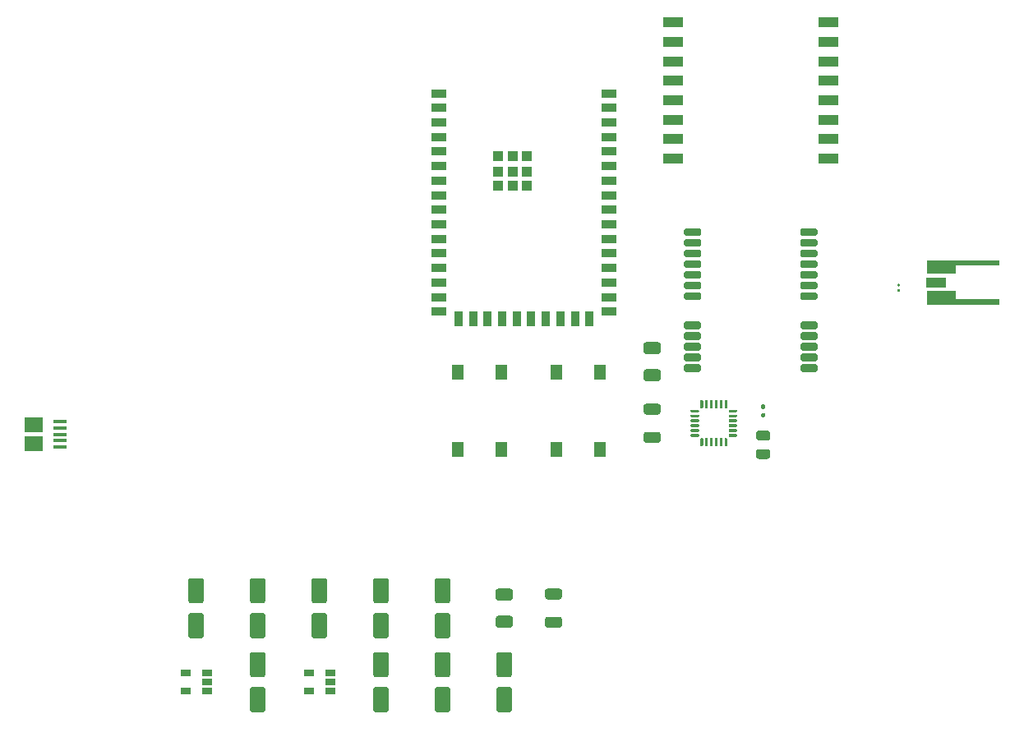
<source format=gbr>
%TF.GenerationSoftware,KiCad,Pcbnew,(5.1.9)-1*%
%TF.CreationDate,2022-07-25T22:00:42-05:00*%
%TF.ProjectId,GPSPuck,47505350-7563-46b2-9e6b-696361645f70,1*%
%TF.SameCoordinates,Original*%
%TF.FileFunction,Paste,Top*%
%TF.FilePolarity,Positive*%
%FSLAX46Y46*%
G04 Gerber Fmt 4.6, Leading zero omitted, Abs format (unit mm)*
G04 Created by KiCad (PCBNEW (5.1.9)-1) date 2022-07-25 22:00:42*
%MOMM*%
%LPD*%
G01*
G04 APERTURE LIST*
%ADD10R,2.000000X1.000000*%
%ADD11R,1.060000X0.650000*%
%ADD12R,1.100000X1.100000*%
%ADD13R,1.500000X0.900000*%
%ADD14R,0.900000X1.500000*%
%ADD15R,1.300000X1.550000*%
%ADD16R,1.900000X1.500000*%
%ADD17R,1.350000X0.400000*%
%ADD18R,2.000000X1.100000*%
%ADD19C,0.100000*%
G04 APERTURE END LIST*
%TO.C,U6*%
G36*
G01*
X143605000Y-107695000D02*
X143455000Y-107695000D01*
G75*
G02*
X143380000Y-107620000I0J75000D01*
G01*
X143380000Y-106920000D01*
G75*
G02*
X143455000Y-106845000I75000J0D01*
G01*
X143605000Y-106845000D01*
G75*
G02*
X143680000Y-106920000I0J-75000D01*
G01*
X143680000Y-107620000D01*
G75*
G02*
X143605000Y-107695000I-75000J0D01*
G01*
G37*
G36*
G01*
X144105000Y-107695000D02*
X143955000Y-107695000D01*
G75*
G02*
X143880000Y-107620000I0J75000D01*
G01*
X143880000Y-106920000D01*
G75*
G02*
X143955000Y-106845000I75000J0D01*
G01*
X144105000Y-106845000D01*
G75*
G02*
X144180000Y-106920000I0J-75000D01*
G01*
X144180000Y-107620000D01*
G75*
G02*
X144105000Y-107695000I-75000J0D01*
G01*
G37*
G36*
G01*
X144605000Y-107695000D02*
X144455000Y-107695000D01*
G75*
G02*
X144380000Y-107620000I0J75000D01*
G01*
X144380000Y-106920000D01*
G75*
G02*
X144455000Y-106845000I75000J0D01*
G01*
X144605000Y-106845000D01*
G75*
G02*
X144680000Y-106920000I0J-75000D01*
G01*
X144680000Y-107620000D01*
G75*
G02*
X144605000Y-107695000I-75000J0D01*
G01*
G37*
G36*
G01*
X145105000Y-107695000D02*
X144955000Y-107695000D01*
G75*
G02*
X144880000Y-107620000I0J75000D01*
G01*
X144880000Y-106920000D01*
G75*
G02*
X144955000Y-106845000I75000J0D01*
G01*
X145105000Y-106845000D01*
G75*
G02*
X145180000Y-106920000I0J-75000D01*
G01*
X145180000Y-107620000D01*
G75*
G02*
X145105000Y-107695000I-75000J0D01*
G01*
G37*
G36*
G01*
X145605000Y-107695000D02*
X145455000Y-107695000D01*
G75*
G02*
X145380000Y-107620000I0J75000D01*
G01*
X145380000Y-106920000D01*
G75*
G02*
X145455000Y-106845000I75000J0D01*
G01*
X145605000Y-106845000D01*
G75*
G02*
X145680000Y-106920000I0J-75000D01*
G01*
X145680000Y-107620000D01*
G75*
G02*
X145605000Y-107695000I-75000J0D01*
G01*
G37*
G36*
G01*
X146105000Y-107695000D02*
X145955000Y-107695000D01*
G75*
G02*
X145880000Y-107620000I0J75000D01*
G01*
X145880000Y-106920000D01*
G75*
G02*
X145955000Y-106845000I75000J0D01*
G01*
X146105000Y-106845000D01*
G75*
G02*
X146180000Y-106920000I0J-75000D01*
G01*
X146180000Y-107620000D01*
G75*
G02*
X146105000Y-107695000I-75000J0D01*
G01*
G37*
G36*
G01*
X146305000Y-108045000D02*
X146305000Y-107895000D01*
G75*
G02*
X146380000Y-107820000I75000J0D01*
G01*
X147080000Y-107820000D01*
G75*
G02*
X147155000Y-107895000I0J-75000D01*
G01*
X147155000Y-108045000D01*
G75*
G02*
X147080000Y-108120000I-75000J0D01*
G01*
X146380000Y-108120000D01*
G75*
G02*
X146305000Y-108045000I0J75000D01*
G01*
G37*
G36*
G01*
X146305000Y-108545000D02*
X146305000Y-108395000D01*
G75*
G02*
X146380000Y-108320000I75000J0D01*
G01*
X147080000Y-108320000D01*
G75*
G02*
X147155000Y-108395000I0J-75000D01*
G01*
X147155000Y-108545000D01*
G75*
G02*
X147080000Y-108620000I-75000J0D01*
G01*
X146380000Y-108620000D01*
G75*
G02*
X146305000Y-108545000I0J75000D01*
G01*
G37*
G36*
G01*
X146305000Y-109045000D02*
X146305000Y-108895000D01*
G75*
G02*
X146380000Y-108820000I75000J0D01*
G01*
X147080000Y-108820000D01*
G75*
G02*
X147155000Y-108895000I0J-75000D01*
G01*
X147155000Y-109045000D01*
G75*
G02*
X147080000Y-109120000I-75000J0D01*
G01*
X146380000Y-109120000D01*
G75*
G02*
X146305000Y-109045000I0J75000D01*
G01*
G37*
G36*
G01*
X146305000Y-109545000D02*
X146305000Y-109395000D01*
G75*
G02*
X146380000Y-109320000I75000J0D01*
G01*
X147080000Y-109320000D01*
G75*
G02*
X147155000Y-109395000I0J-75000D01*
G01*
X147155000Y-109545000D01*
G75*
G02*
X147080000Y-109620000I-75000J0D01*
G01*
X146380000Y-109620000D01*
G75*
G02*
X146305000Y-109545000I0J75000D01*
G01*
G37*
G36*
G01*
X146305000Y-110045000D02*
X146305000Y-109895000D01*
G75*
G02*
X146380000Y-109820000I75000J0D01*
G01*
X147080000Y-109820000D01*
G75*
G02*
X147155000Y-109895000I0J-75000D01*
G01*
X147155000Y-110045000D01*
G75*
G02*
X147080000Y-110120000I-75000J0D01*
G01*
X146380000Y-110120000D01*
G75*
G02*
X146305000Y-110045000I0J75000D01*
G01*
G37*
G36*
G01*
X146305000Y-110545000D02*
X146305000Y-110395000D01*
G75*
G02*
X146380000Y-110320000I75000J0D01*
G01*
X147080000Y-110320000D01*
G75*
G02*
X147155000Y-110395000I0J-75000D01*
G01*
X147155000Y-110545000D01*
G75*
G02*
X147080000Y-110620000I-75000J0D01*
G01*
X146380000Y-110620000D01*
G75*
G02*
X146305000Y-110545000I0J75000D01*
G01*
G37*
G36*
G01*
X146105000Y-111595000D02*
X145955000Y-111595000D01*
G75*
G02*
X145880000Y-111520000I0J75000D01*
G01*
X145880000Y-110820000D01*
G75*
G02*
X145955000Y-110745000I75000J0D01*
G01*
X146105000Y-110745000D01*
G75*
G02*
X146180000Y-110820000I0J-75000D01*
G01*
X146180000Y-111520000D01*
G75*
G02*
X146105000Y-111595000I-75000J0D01*
G01*
G37*
G36*
G01*
X145605000Y-111595000D02*
X145455000Y-111595000D01*
G75*
G02*
X145380000Y-111520000I0J75000D01*
G01*
X145380000Y-110820000D01*
G75*
G02*
X145455000Y-110745000I75000J0D01*
G01*
X145605000Y-110745000D01*
G75*
G02*
X145680000Y-110820000I0J-75000D01*
G01*
X145680000Y-111520000D01*
G75*
G02*
X145605000Y-111595000I-75000J0D01*
G01*
G37*
G36*
G01*
X145105000Y-111595000D02*
X144955000Y-111595000D01*
G75*
G02*
X144880000Y-111520000I0J75000D01*
G01*
X144880000Y-110820000D01*
G75*
G02*
X144955000Y-110745000I75000J0D01*
G01*
X145105000Y-110745000D01*
G75*
G02*
X145180000Y-110820000I0J-75000D01*
G01*
X145180000Y-111520000D01*
G75*
G02*
X145105000Y-111595000I-75000J0D01*
G01*
G37*
G36*
G01*
X144605000Y-111595000D02*
X144455000Y-111595000D01*
G75*
G02*
X144380000Y-111520000I0J75000D01*
G01*
X144380000Y-110820000D01*
G75*
G02*
X144455000Y-110745000I75000J0D01*
G01*
X144605000Y-110745000D01*
G75*
G02*
X144680000Y-110820000I0J-75000D01*
G01*
X144680000Y-111520000D01*
G75*
G02*
X144605000Y-111595000I-75000J0D01*
G01*
G37*
G36*
G01*
X144105000Y-111595000D02*
X143955000Y-111595000D01*
G75*
G02*
X143880000Y-111520000I0J75000D01*
G01*
X143880000Y-110820000D01*
G75*
G02*
X143955000Y-110745000I75000J0D01*
G01*
X144105000Y-110745000D01*
G75*
G02*
X144180000Y-110820000I0J-75000D01*
G01*
X144180000Y-111520000D01*
G75*
G02*
X144105000Y-111595000I-75000J0D01*
G01*
G37*
G36*
G01*
X143605000Y-111595000D02*
X143455000Y-111595000D01*
G75*
G02*
X143380000Y-111520000I0J75000D01*
G01*
X143380000Y-110820000D01*
G75*
G02*
X143455000Y-110745000I75000J0D01*
G01*
X143605000Y-110745000D01*
G75*
G02*
X143680000Y-110820000I0J-75000D01*
G01*
X143680000Y-111520000D01*
G75*
G02*
X143605000Y-111595000I-75000J0D01*
G01*
G37*
G36*
G01*
X142405000Y-110545000D02*
X142405000Y-110395000D01*
G75*
G02*
X142480000Y-110320000I75000J0D01*
G01*
X143180000Y-110320000D01*
G75*
G02*
X143255000Y-110395000I0J-75000D01*
G01*
X143255000Y-110545000D01*
G75*
G02*
X143180000Y-110620000I-75000J0D01*
G01*
X142480000Y-110620000D01*
G75*
G02*
X142405000Y-110545000I0J75000D01*
G01*
G37*
G36*
G01*
X142405000Y-110045000D02*
X142405000Y-109895000D01*
G75*
G02*
X142480000Y-109820000I75000J0D01*
G01*
X143180000Y-109820000D01*
G75*
G02*
X143255000Y-109895000I0J-75000D01*
G01*
X143255000Y-110045000D01*
G75*
G02*
X143180000Y-110120000I-75000J0D01*
G01*
X142480000Y-110120000D01*
G75*
G02*
X142405000Y-110045000I0J75000D01*
G01*
G37*
G36*
G01*
X142405000Y-109545000D02*
X142405000Y-109395000D01*
G75*
G02*
X142480000Y-109320000I75000J0D01*
G01*
X143180000Y-109320000D01*
G75*
G02*
X143255000Y-109395000I0J-75000D01*
G01*
X143255000Y-109545000D01*
G75*
G02*
X143180000Y-109620000I-75000J0D01*
G01*
X142480000Y-109620000D01*
G75*
G02*
X142405000Y-109545000I0J75000D01*
G01*
G37*
G36*
G01*
X142405000Y-109045000D02*
X142405000Y-108895000D01*
G75*
G02*
X142480000Y-108820000I75000J0D01*
G01*
X143180000Y-108820000D01*
G75*
G02*
X143255000Y-108895000I0J-75000D01*
G01*
X143255000Y-109045000D01*
G75*
G02*
X143180000Y-109120000I-75000J0D01*
G01*
X142480000Y-109120000D01*
G75*
G02*
X142405000Y-109045000I0J75000D01*
G01*
G37*
G36*
G01*
X142405000Y-108545000D02*
X142405000Y-108395000D01*
G75*
G02*
X142480000Y-108320000I75000J0D01*
G01*
X143180000Y-108320000D01*
G75*
G02*
X143255000Y-108395000I0J-75000D01*
G01*
X143255000Y-108545000D01*
G75*
G02*
X143180000Y-108620000I-75000J0D01*
G01*
X142480000Y-108620000D01*
G75*
G02*
X142405000Y-108545000I0J75000D01*
G01*
G37*
G36*
G01*
X142405000Y-108045000D02*
X142405000Y-107895000D01*
G75*
G02*
X142480000Y-107820000I75000J0D01*
G01*
X143180000Y-107820000D01*
G75*
G02*
X143255000Y-107895000I0J-75000D01*
G01*
X143255000Y-108045000D01*
G75*
G02*
X143180000Y-108120000I-75000J0D01*
G01*
X142480000Y-108120000D01*
G75*
G02*
X142405000Y-108045000I0J75000D01*
G01*
G37*
%TD*%
%TO.C,U5*%
G36*
G01*
X153690000Y-89720000D02*
X153690000Y-89320000D01*
G75*
G02*
X153890000Y-89120000I200000J0D01*
G01*
X155290000Y-89120000D01*
G75*
G02*
X155490000Y-89320000I0J-200000D01*
G01*
X155490000Y-89720000D01*
G75*
G02*
X155290000Y-89920000I-200000J0D01*
G01*
X153890000Y-89920000D01*
G75*
G02*
X153690000Y-89720000I0J200000D01*
G01*
G37*
G36*
G01*
X153690000Y-90820000D02*
X153690000Y-90420000D01*
G75*
G02*
X153890000Y-90220000I200000J0D01*
G01*
X155290000Y-90220000D01*
G75*
G02*
X155490000Y-90420000I0J-200000D01*
G01*
X155490000Y-90820000D01*
G75*
G02*
X155290000Y-91020000I-200000J0D01*
G01*
X153890000Y-91020000D01*
G75*
G02*
X153690000Y-90820000I0J200000D01*
G01*
G37*
G36*
G01*
X153690000Y-91920000D02*
X153690000Y-91520000D01*
G75*
G02*
X153890000Y-91320000I200000J0D01*
G01*
X155290000Y-91320000D01*
G75*
G02*
X155490000Y-91520000I0J-200000D01*
G01*
X155490000Y-91920000D01*
G75*
G02*
X155290000Y-92120000I-200000J0D01*
G01*
X153890000Y-92120000D01*
G75*
G02*
X153690000Y-91920000I0J200000D01*
G01*
G37*
G36*
G01*
X153690000Y-93020000D02*
X153690000Y-92620000D01*
G75*
G02*
X153890000Y-92420000I200000J0D01*
G01*
X155290000Y-92420000D01*
G75*
G02*
X155490000Y-92620000I0J-200000D01*
G01*
X155490000Y-93020000D01*
G75*
G02*
X155290000Y-93220000I-200000J0D01*
G01*
X153890000Y-93220000D01*
G75*
G02*
X153690000Y-93020000I0J200000D01*
G01*
G37*
G36*
G01*
X153690000Y-94120000D02*
X153690000Y-93720000D01*
G75*
G02*
X153890000Y-93520000I200000J0D01*
G01*
X155290000Y-93520000D01*
G75*
G02*
X155490000Y-93720000I0J-200000D01*
G01*
X155490000Y-94120000D01*
G75*
G02*
X155290000Y-94320000I-200000J0D01*
G01*
X153890000Y-94320000D01*
G75*
G02*
X153690000Y-94120000I0J200000D01*
G01*
G37*
G36*
G01*
X153690000Y-95220000D02*
X153690000Y-94820000D01*
G75*
G02*
X153890000Y-94620000I200000J0D01*
G01*
X155290000Y-94620000D01*
G75*
G02*
X155490000Y-94820000I0J-200000D01*
G01*
X155490000Y-95220000D01*
G75*
G02*
X155290000Y-95420000I-200000J0D01*
G01*
X153890000Y-95420000D01*
G75*
G02*
X153690000Y-95220000I0J200000D01*
G01*
G37*
G36*
G01*
X153690000Y-96320000D02*
X153690000Y-95920000D01*
G75*
G02*
X153890000Y-95720000I200000J0D01*
G01*
X155290000Y-95720000D01*
G75*
G02*
X155490000Y-95920000I0J-200000D01*
G01*
X155490000Y-96320000D01*
G75*
G02*
X155290000Y-96520000I-200000J0D01*
G01*
X153890000Y-96520000D01*
G75*
G02*
X153690000Y-96320000I0J200000D01*
G01*
G37*
G36*
G01*
X153690000Y-99320000D02*
X153690000Y-98920000D01*
G75*
G02*
X153890000Y-98720000I200000J0D01*
G01*
X155290000Y-98720000D01*
G75*
G02*
X155490000Y-98920000I0J-200000D01*
G01*
X155490000Y-99320000D01*
G75*
G02*
X155290000Y-99520000I-200000J0D01*
G01*
X153890000Y-99520000D01*
G75*
G02*
X153690000Y-99320000I0J200000D01*
G01*
G37*
G36*
G01*
X153690000Y-100420000D02*
X153690000Y-100020000D01*
G75*
G02*
X153890000Y-99820000I200000J0D01*
G01*
X155290000Y-99820000D01*
G75*
G02*
X155490000Y-100020000I0J-200000D01*
G01*
X155490000Y-100420000D01*
G75*
G02*
X155290000Y-100620000I-200000J0D01*
G01*
X153890000Y-100620000D01*
G75*
G02*
X153690000Y-100420000I0J200000D01*
G01*
G37*
G36*
G01*
X153690000Y-101520000D02*
X153690000Y-101120000D01*
G75*
G02*
X153890000Y-100920000I200000J0D01*
G01*
X155290000Y-100920000D01*
G75*
G02*
X155490000Y-101120000I0J-200000D01*
G01*
X155490000Y-101520000D01*
G75*
G02*
X155290000Y-101720000I-200000J0D01*
G01*
X153890000Y-101720000D01*
G75*
G02*
X153690000Y-101520000I0J200000D01*
G01*
G37*
G36*
G01*
X153690000Y-102620000D02*
X153690000Y-102220000D01*
G75*
G02*
X153890000Y-102020000I200000J0D01*
G01*
X155290000Y-102020000D01*
G75*
G02*
X155490000Y-102220000I0J-200000D01*
G01*
X155490000Y-102620000D01*
G75*
G02*
X155290000Y-102820000I-200000J0D01*
G01*
X153890000Y-102820000D01*
G75*
G02*
X153690000Y-102620000I0J200000D01*
G01*
G37*
G36*
G01*
X153690000Y-103720000D02*
X153690000Y-103320000D01*
G75*
G02*
X153890000Y-103120000I200000J0D01*
G01*
X155290000Y-103120000D01*
G75*
G02*
X155490000Y-103320000I0J-200000D01*
G01*
X155490000Y-103720000D01*
G75*
G02*
X155290000Y-103920000I-200000J0D01*
G01*
X153890000Y-103920000D01*
G75*
G02*
X153690000Y-103720000I0J200000D01*
G01*
G37*
G36*
G01*
X141690000Y-103720000D02*
X141690000Y-103320000D01*
G75*
G02*
X141890000Y-103120000I200000J0D01*
G01*
X143290000Y-103120000D01*
G75*
G02*
X143490000Y-103320000I0J-200000D01*
G01*
X143490000Y-103720000D01*
G75*
G02*
X143290000Y-103920000I-200000J0D01*
G01*
X141890000Y-103920000D01*
G75*
G02*
X141690000Y-103720000I0J200000D01*
G01*
G37*
G36*
G01*
X141690000Y-102620000D02*
X141690000Y-102220000D01*
G75*
G02*
X141890000Y-102020000I200000J0D01*
G01*
X143290000Y-102020000D01*
G75*
G02*
X143490000Y-102220000I0J-200000D01*
G01*
X143490000Y-102620000D01*
G75*
G02*
X143290000Y-102820000I-200000J0D01*
G01*
X141890000Y-102820000D01*
G75*
G02*
X141690000Y-102620000I0J200000D01*
G01*
G37*
G36*
G01*
X141690000Y-101520000D02*
X141690000Y-101120000D01*
G75*
G02*
X141890000Y-100920000I200000J0D01*
G01*
X143290000Y-100920000D01*
G75*
G02*
X143490000Y-101120000I0J-200000D01*
G01*
X143490000Y-101520000D01*
G75*
G02*
X143290000Y-101720000I-200000J0D01*
G01*
X141890000Y-101720000D01*
G75*
G02*
X141690000Y-101520000I0J200000D01*
G01*
G37*
G36*
G01*
X141690000Y-100420000D02*
X141690000Y-100020000D01*
G75*
G02*
X141890000Y-99820000I200000J0D01*
G01*
X143290000Y-99820000D01*
G75*
G02*
X143490000Y-100020000I0J-200000D01*
G01*
X143490000Y-100420000D01*
G75*
G02*
X143290000Y-100620000I-200000J0D01*
G01*
X141890000Y-100620000D01*
G75*
G02*
X141690000Y-100420000I0J200000D01*
G01*
G37*
G36*
G01*
X141690000Y-99320000D02*
X141690000Y-98920000D01*
G75*
G02*
X141890000Y-98720000I200000J0D01*
G01*
X143290000Y-98720000D01*
G75*
G02*
X143490000Y-98920000I0J-200000D01*
G01*
X143490000Y-99320000D01*
G75*
G02*
X143290000Y-99520000I-200000J0D01*
G01*
X141890000Y-99520000D01*
G75*
G02*
X141690000Y-99320000I0J200000D01*
G01*
G37*
G36*
G01*
X141690000Y-96320000D02*
X141690000Y-95920000D01*
G75*
G02*
X141890000Y-95720000I200000J0D01*
G01*
X143290000Y-95720000D01*
G75*
G02*
X143490000Y-95920000I0J-200000D01*
G01*
X143490000Y-96320000D01*
G75*
G02*
X143290000Y-96520000I-200000J0D01*
G01*
X141890000Y-96520000D01*
G75*
G02*
X141690000Y-96320000I0J200000D01*
G01*
G37*
G36*
G01*
X141690000Y-95220000D02*
X141690000Y-94820000D01*
G75*
G02*
X141890000Y-94620000I200000J0D01*
G01*
X143290000Y-94620000D01*
G75*
G02*
X143490000Y-94820000I0J-200000D01*
G01*
X143490000Y-95220000D01*
G75*
G02*
X143290000Y-95420000I-200000J0D01*
G01*
X141890000Y-95420000D01*
G75*
G02*
X141690000Y-95220000I0J200000D01*
G01*
G37*
G36*
G01*
X141690000Y-94120000D02*
X141690000Y-93720000D01*
G75*
G02*
X141890000Y-93520000I200000J0D01*
G01*
X143290000Y-93520000D01*
G75*
G02*
X143490000Y-93720000I0J-200000D01*
G01*
X143490000Y-94120000D01*
G75*
G02*
X143290000Y-94320000I-200000J0D01*
G01*
X141890000Y-94320000D01*
G75*
G02*
X141690000Y-94120000I0J200000D01*
G01*
G37*
G36*
G01*
X141690000Y-93020000D02*
X141690000Y-92620000D01*
G75*
G02*
X141890000Y-92420000I200000J0D01*
G01*
X143290000Y-92420000D01*
G75*
G02*
X143490000Y-92620000I0J-200000D01*
G01*
X143490000Y-93020000D01*
G75*
G02*
X143290000Y-93220000I-200000J0D01*
G01*
X141890000Y-93220000D01*
G75*
G02*
X141690000Y-93020000I0J200000D01*
G01*
G37*
G36*
G01*
X141690000Y-91920000D02*
X141690000Y-91520000D01*
G75*
G02*
X141890000Y-91320000I200000J0D01*
G01*
X143290000Y-91320000D01*
G75*
G02*
X143490000Y-91520000I0J-200000D01*
G01*
X143490000Y-91920000D01*
G75*
G02*
X143290000Y-92120000I-200000J0D01*
G01*
X141890000Y-92120000D01*
G75*
G02*
X141690000Y-91920000I0J200000D01*
G01*
G37*
G36*
G01*
X141690000Y-90820000D02*
X141690000Y-90420000D01*
G75*
G02*
X141890000Y-90220000I200000J0D01*
G01*
X143290000Y-90220000D01*
G75*
G02*
X143490000Y-90420000I0J-200000D01*
G01*
X143490000Y-90820000D01*
G75*
G02*
X143290000Y-91020000I-200000J0D01*
G01*
X141890000Y-91020000D01*
G75*
G02*
X141690000Y-90820000I0J200000D01*
G01*
G37*
G36*
G01*
X141690000Y-89720000D02*
X141690000Y-89320000D01*
G75*
G02*
X141890000Y-89120000I200000J0D01*
G01*
X143290000Y-89120000D01*
G75*
G02*
X143490000Y-89320000I0J-200000D01*
G01*
X143490000Y-89720000D01*
G75*
G02*
X143290000Y-89920000I-200000J0D01*
G01*
X141890000Y-89920000D01*
G75*
G02*
X141690000Y-89720000I0J200000D01*
G01*
G37*
%TD*%
D10*
%TO.C,U4*%
X156590000Y-67930000D03*
X156590000Y-69930000D03*
X156590000Y-71930000D03*
X156590000Y-73930000D03*
X156590000Y-75930000D03*
X156590000Y-77930000D03*
X156590000Y-79930000D03*
X156590000Y-81930000D03*
X140590000Y-81930000D03*
X140590000Y-79930000D03*
X140590000Y-77930000D03*
X140590000Y-75930000D03*
X140590000Y-73930000D03*
X140590000Y-71930000D03*
X140590000Y-69930000D03*
X140590000Y-67930000D03*
%TD*%
D11*
%TO.C,5V Reg.*%
X90340000Y-136840000D03*
X90340000Y-134940000D03*
X92540000Y-134940000D03*
X92540000Y-135890000D03*
X92540000Y-136840000D03*
%TD*%
%TO.C,3.3V Reg.*%
X103040000Y-136840000D03*
X103040000Y-134940000D03*
X105240000Y-134940000D03*
X105240000Y-135890000D03*
X105240000Y-136840000D03*
%TD*%
D12*
%TO.C,U1*%
X122535000Y-81715000D03*
X122535000Y-83265000D03*
X122535000Y-84765000D03*
X124035000Y-84765000D03*
X125535000Y-84765000D03*
X125535000Y-83265000D03*
X125535000Y-81715000D03*
X124035000Y-81715000D03*
X124035000Y-83265000D03*
D13*
X133975000Y-75215000D03*
X133975000Y-76715000D03*
X133975000Y-78215000D03*
X133975000Y-79715000D03*
X133975000Y-81215000D03*
X133975000Y-82715000D03*
X133975000Y-84215000D03*
X133975000Y-85715000D03*
X133975000Y-87215000D03*
X133975000Y-88715000D03*
X133975000Y-90215000D03*
X133975000Y-91715000D03*
X133975000Y-93215000D03*
X133975000Y-94715000D03*
X133975000Y-96215000D03*
X133975000Y-97715000D03*
D14*
X131975000Y-98465000D03*
X130475000Y-98465000D03*
X128975000Y-98465000D03*
X127475000Y-98465000D03*
X125975000Y-98465000D03*
X124475000Y-98465000D03*
X122975000Y-98465000D03*
X121475000Y-98465000D03*
X119975000Y-98465000D03*
X118475000Y-98465000D03*
D13*
X116475000Y-75215000D03*
X116475000Y-76715000D03*
X116475000Y-78215000D03*
X116475000Y-79715000D03*
X116475000Y-81215000D03*
X116475000Y-82715000D03*
X116475000Y-84215000D03*
X116475000Y-85715000D03*
X116475000Y-87215000D03*
X116475000Y-88715000D03*
X116475000Y-90215000D03*
X116475000Y-91715000D03*
X116475000Y-93215000D03*
X116475000Y-94715000D03*
X116475000Y-96215000D03*
X116475000Y-97715000D03*
%TD*%
D15*
%TO.C,SW2*%
X133060000Y-103975000D03*
X133060000Y-111925000D03*
X128560000Y-103975000D03*
X128560000Y-111925000D03*
%TD*%
%TO.C,SW1*%
X122900000Y-103975000D03*
X122900000Y-111925000D03*
X118400000Y-103975000D03*
X118400000Y-111925000D03*
%TD*%
%TO.C,R4*%
G36*
G01*
X137804999Y-110120000D02*
X139055001Y-110120000D01*
G75*
G02*
X139305000Y-110369999I0J-249999D01*
G01*
X139305000Y-110995001D01*
G75*
G02*
X139055001Y-111245000I-249999J0D01*
G01*
X137804999Y-111245000D01*
G75*
G02*
X137555000Y-110995001I0J249999D01*
G01*
X137555000Y-110369999D01*
G75*
G02*
X137804999Y-110120000I249999J0D01*
G01*
G37*
G36*
G01*
X137804999Y-107195000D02*
X139055001Y-107195000D01*
G75*
G02*
X139305000Y-107444999I0J-249999D01*
G01*
X139305000Y-108070001D01*
G75*
G02*
X139055001Y-108320000I-249999J0D01*
G01*
X137804999Y-108320000D01*
G75*
G02*
X137555000Y-108070001I0J249999D01*
G01*
X137555000Y-107444999D01*
G75*
G02*
X137804999Y-107195000I249999J0D01*
G01*
G37*
%TD*%
%TO.C,R3*%
G36*
G01*
X149385000Y-111890000D02*
X150335000Y-111890000D01*
G75*
G02*
X150585000Y-112140000I0J-250000D01*
G01*
X150585000Y-112640000D01*
G75*
G02*
X150335000Y-112890000I-250000J0D01*
G01*
X149385000Y-112890000D01*
G75*
G02*
X149135000Y-112640000I0J250000D01*
G01*
X149135000Y-112140000D01*
G75*
G02*
X149385000Y-111890000I250000J0D01*
G01*
G37*
G36*
G01*
X149385000Y-109990000D02*
X150335000Y-109990000D01*
G75*
G02*
X150585000Y-110240000I0J-250000D01*
G01*
X150585000Y-110740000D01*
G75*
G02*
X150335000Y-110990000I-250000J0D01*
G01*
X149385000Y-110990000D01*
G75*
G02*
X149135000Y-110740000I0J250000D01*
G01*
X149135000Y-110240000D01*
G75*
G02*
X149385000Y-109990000I250000J0D01*
G01*
G37*
%TD*%
%TO.C,R2*%
G36*
G01*
X163897500Y-95660000D02*
X163762500Y-95660000D01*
G75*
G02*
X163695000Y-95592500I0J67500D01*
G01*
X163695000Y-95457500D01*
G75*
G02*
X163762500Y-95390000I67500J0D01*
G01*
X163897500Y-95390000D01*
G75*
G02*
X163965000Y-95457500I0J-67500D01*
G01*
X163965000Y-95592500D01*
G75*
G02*
X163897500Y-95660000I-67500J0D01*
G01*
G37*
G36*
G01*
X163897500Y-95110000D02*
X163762500Y-95110000D01*
G75*
G02*
X163695000Y-95042500I0J67500D01*
G01*
X163695000Y-94907500D01*
G75*
G02*
X163762500Y-94840000I67500J0D01*
G01*
X163897500Y-94840000D01*
G75*
G02*
X163965000Y-94907500I0J-67500D01*
G01*
X163965000Y-95042500D01*
G75*
G02*
X163897500Y-95110000I-67500J0D01*
G01*
G37*
%TD*%
%TO.C,R1*%
G36*
G01*
X127644999Y-126245000D02*
X128895001Y-126245000D01*
G75*
G02*
X129145000Y-126494999I0J-249999D01*
G01*
X129145000Y-127120001D01*
G75*
G02*
X128895001Y-127370000I-249999J0D01*
G01*
X127644999Y-127370000D01*
G75*
G02*
X127395000Y-127120001I0J249999D01*
G01*
X127395000Y-126494999D01*
G75*
G02*
X127644999Y-126245000I249999J0D01*
G01*
G37*
G36*
G01*
X127644999Y-129170000D02*
X128895001Y-129170000D01*
G75*
G02*
X129145000Y-129419999I0J-249999D01*
G01*
X129145000Y-130045001D01*
G75*
G02*
X128895001Y-130295000I-249999J0D01*
G01*
X127644999Y-130295000D01*
G75*
G02*
X127395000Y-130045001I0J249999D01*
G01*
X127395000Y-129419999D01*
G75*
G02*
X127644999Y-129170000I249999J0D01*
G01*
G37*
%TD*%
D16*
%TO.C,J2*%
X74708500Y-109363000D03*
D17*
X77408500Y-110363000D03*
X77408500Y-111013000D03*
X77408500Y-111663000D03*
X77408500Y-109063000D03*
X77408500Y-109713000D03*
D16*
X74708500Y-111363000D03*
%TD*%
%TO.C,D2*%
G36*
G01*
X137805000Y-103645000D02*
X139055000Y-103645000D01*
G75*
G02*
X139305000Y-103895000I0J-250000D01*
G01*
X139305000Y-104645000D01*
G75*
G02*
X139055000Y-104895000I-250000J0D01*
G01*
X137805000Y-104895000D01*
G75*
G02*
X137555000Y-104645000I0J250000D01*
G01*
X137555000Y-103895000D01*
G75*
G02*
X137805000Y-103645000I250000J0D01*
G01*
G37*
G36*
G01*
X137805000Y-100845000D02*
X139055000Y-100845000D01*
G75*
G02*
X139305000Y-101095000I0J-250000D01*
G01*
X139305000Y-101845000D01*
G75*
G02*
X139055000Y-102095000I-250000J0D01*
G01*
X137805000Y-102095000D01*
G75*
G02*
X137555000Y-101845000I0J250000D01*
G01*
X137555000Y-101095000D01*
G75*
G02*
X137805000Y-100845000I250000J0D01*
G01*
G37*
%TD*%
%TO.C,D1*%
G36*
G01*
X122565000Y-126245000D02*
X123815000Y-126245000D01*
G75*
G02*
X124065000Y-126495000I0J-250000D01*
G01*
X124065000Y-127245000D01*
G75*
G02*
X123815000Y-127495000I-250000J0D01*
G01*
X122565000Y-127495000D01*
G75*
G02*
X122315000Y-127245000I0J250000D01*
G01*
X122315000Y-126495000D01*
G75*
G02*
X122565000Y-126245000I250000J0D01*
G01*
G37*
G36*
G01*
X122565000Y-129045000D02*
X123815000Y-129045000D01*
G75*
G02*
X124065000Y-129295000I0J-250000D01*
G01*
X124065000Y-130045000D01*
G75*
G02*
X123815000Y-130295000I-250000J0D01*
G01*
X122565000Y-130295000D01*
G75*
G02*
X122315000Y-130045000I0J250000D01*
G01*
X122315000Y-129295000D01*
G75*
G02*
X122565000Y-129045000I250000J0D01*
G01*
G37*
%TD*%
%TO.C,C8*%
G36*
G01*
X116290000Y-125170000D02*
X117390000Y-125170000D01*
G75*
G02*
X117640000Y-125420000I0J-250000D01*
G01*
X117640000Y-127520000D01*
G75*
G02*
X117390000Y-127770000I-250000J0D01*
G01*
X116290000Y-127770000D01*
G75*
G02*
X116040000Y-127520000I0J250000D01*
G01*
X116040000Y-125420000D01*
G75*
G02*
X116290000Y-125170000I250000J0D01*
G01*
G37*
G36*
G01*
X116290000Y-128770000D02*
X117390000Y-128770000D01*
G75*
G02*
X117640000Y-129020000I0J-250000D01*
G01*
X117640000Y-131120000D01*
G75*
G02*
X117390000Y-131370000I-250000J0D01*
G01*
X116290000Y-131370000D01*
G75*
G02*
X116040000Y-131120000I0J250000D01*
G01*
X116040000Y-129020000D01*
G75*
G02*
X116290000Y-128770000I250000J0D01*
G01*
G37*
%TD*%
%TO.C,C7*%
G36*
G01*
X109940000Y-136390000D02*
X111040000Y-136390000D01*
G75*
G02*
X111290000Y-136640000I0J-250000D01*
G01*
X111290000Y-138740000D01*
G75*
G02*
X111040000Y-138990000I-250000J0D01*
G01*
X109940000Y-138990000D01*
G75*
G02*
X109690000Y-138740000I0J250000D01*
G01*
X109690000Y-136640000D01*
G75*
G02*
X109940000Y-136390000I250000J0D01*
G01*
G37*
G36*
G01*
X109940000Y-132790000D02*
X111040000Y-132790000D01*
G75*
G02*
X111290000Y-133040000I0J-250000D01*
G01*
X111290000Y-135140000D01*
G75*
G02*
X111040000Y-135390000I-250000J0D01*
G01*
X109940000Y-135390000D01*
G75*
G02*
X109690000Y-135140000I0J250000D01*
G01*
X109690000Y-133040000D01*
G75*
G02*
X109940000Y-132790000I250000J0D01*
G01*
G37*
%TD*%
%TO.C,C6*%
G36*
G01*
X109940000Y-128770000D02*
X111040000Y-128770000D01*
G75*
G02*
X111290000Y-129020000I0J-250000D01*
G01*
X111290000Y-131120000D01*
G75*
G02*
X111040000Y-131370000I-250000J0D01*
G01*
X109940000Y-131370000D01*
G75*
G02*
X109690000Y-131120000I0J250000D01*
G01*
X109690000Y-129020000D01*
G75*
G02*
X109940000Y-128770000I250000J0D01*
G01*
G37*
G36*
G01*
X109940000Y-125170000D02*
X111040000Y-125170000D01*
G75*
G02*
X111290000Y-125420000I0J-250000D01*
G01*
X111290000Y-127520000D01*
G75*
G02*
X111040000Y-127770000I-250000J0D01*
G01*
X109940000Y-127770000D01*
G75*
G02*
X109690000Y-127520000I0J250000D01*
G01*
X109690000Y-125420000D01*
G75*
G02*
X109940000Y-125170000I250000J0D01*
G01*
G37*
%TD*%
%TO.C,C5*%
G36*
G01*
X97240000Y-128770000D02*
X98340000Y-128770000D01*
G75*
G02*
X98590000Y-129020000I0J-250000D01*
G01*
X98590000Y-131120000D01*
G75*
G02*
X98340000Y-131370000I-250000J0D01*
G01*
X97240000Y-131370000D01*
G75*
G02*
X96990000Y-131120000I0J250000D01*
G01*
X96990000Y-129020000D01*
G75*
G02*
X97240000Y-128770000I250000J0D01*
G01*
G37*
G36*
G01*
X97240000Y-125170000D02*
X98340000Y-125170000D01*
G75*
G02*
X98590000Y-125420000I0J-250000D01*
G01*
X98590000Y-127520000D01*
G75*
G02*
X98340000Y-127770000I-250000J0D01*
G01*
X97240000Y-127770000D01*
G75*
G02*
X96990000Y-127520000I0J250000D01*
G01*
X96990000Y-125420000D01*
G75*
G02*
X97240000Y-125170000I250000J0D01*
G01*
G37*
%TD*%
%TO.C,C4*%
G36*
G01*
X103590000Y-128770000D02*
X104690000Y-128770000D01*
G75*
G02*
X104940000Y-129020000I0J-250000D01*
G01*
X104940000Y-131120000D01*
G75*
G02*
X104690000Y-131370000I-250000J0D01*
G01*
X103590000Y-131370000D01*
G75*
G02*
X103340000Y-131120000I0J250000D01*
G01*
X103340000Y-129020000D01*
G75*
G02*
X103590000Y-128770000I250000J0D01*
G01*
G37*
G36*
G01*
X103590000Y-125170000D02*
X104690000Y-125170000D01*
G75*
G02*
X104940000Y-125420000I0J-250000D01*
G01*
X104940000Y-127520000D01*
G75*
G02*
X104690000Y-127770000I-250000J0D01*
G01*
X103590000Y-127770000D01*
G75*
G02*
X103340000Y-127520000I0J250000D01*
G01*
X103340000Y-125420000D01*
G75*
G02*
X103590000Y-125170000I250000J0D01*
G01*
G37*
%TD*%
%TO.C,C3*%
G36*
G01*
X97240000Y-136390000D02*
X98340000Y-136390000D01*
G75*
G02*
X98590000Y-136640000I0J-250000D01*
G01*
X98590000Y-138740000D01*
G75*
G02*
X98340000Y-138990000I-250000J0D01*
G01*
X97240000Y-138990000D01*
G75*
G02*
X96990000Y-138740000I0J250000D01*
G01*
X96990000Y-136640000D01*
G75*
G02*
X97240000Y-136390000I250000J0D01*
G01*
G37*
G36*
G01*
X97240000Y-132790000D02*
X98340000Y-132790000D01*
G75*
G02*
X98590000Y-133040000I0J-250000D01*
G01*
X98590000Y-135140000D01*
G75*
G02*
X98340000Y-135390000I-250000J0D01*
G01*
X97240000Y-135390000D01*
G75*
G02*
X96990000Y-135140000I0J250000D01*
G01*
X96990000Y-133040000D01*
G75*
G02*
X97240000Y-132790000I250000J0D01*
G01*
G37*
%TD*%
%TO.C,C2*%
G36*
G01*
X122640000Y-132790000D02*
X123740000Y-132790000D01*
G75*
G02*
X123990000Y-133040000I0J-250000D01*
G01*
X123990000Y-135140000D01*
G75*
G02*
X123740000Y-135390000I-250000J0D01*
G01*
X122640000Y-135390000D01*
G75*
G02*
X122390000Y-135140000I0J250000D01*
G01*
X122390000Y-133040000D01*
G75*
G02*
X122640000Y-132790000I250000J0D01*
G01*
G37*
G36*
G01*
X122640000Y-136390000D02*
X123740000Y-136390000D01*
G75*
G02*
X123990000Y-136640000I0J-250000D01*
G01*
X123990000Y-138740000D01*
G75*
G02*
X123740000Y-138990000I-250000J0D01*
G01*
X122640000Y-138990000D01*
G75*
G02*
X122390000Y-138740000I0J250000D01*
G01*
X122390000Y-136640000D01*
G75*
G02*
X122640000Y-136390000I250000J0D01*
G01*
G37*
%TD*%
%TO.C,C1*%
G36*
G01*
X90890000Y-128770000D02*
X91990000Y-128770000D01*
G75*
G02*
X92240000Y-129020000I0J-250000D01*
G01*
X92240000Y-131120000D01*
G75*
G02*
X91990000Y-131370000I-250000J0D01*
G01*
X90890000Y-131370000D01*
G75*
G02*
X90640000Y-131120000I0J250000D01*
G01*
X90640000Y-129020000D01*
G75*
G02*
X90890000Y-128770000I250000J0D01*
G01*
G37*
G36*
G01*
X90890000Y-125170000D02*
X91990000Y-125170000D01*
G75*
G02*
X92240000Y-125420000I0J-250000D01*
G01*
X92240000Y-127520000D01*
G75*
G02*
X91990000Y-127770000I-250000J0D01*
G01*
X90890000Y-127770000D01*
G75*
G02*
X90640000Y-127520000I0J250000D01*
G01*
X90640000Y-125420000D01*
G75*
G02*
X90890000Y-125170000I250000J0D01*
G01*
G37*
%TD*%
D18*
%TO.C,AE1*%
X167720000Y-94700000D03*
D19*
G36*
X166720000Y-95600000D02*
G01*
X169720000Y-95600000D01*
X169720000Y-96450000D01*
X174220000Y-96450000D01*
X174220000Y-97000000D01*
X166720000Y-97000000D01*
X166720000Y-95600000D01*
G37*
G36*
X166720000Y-92400000D02*
G01*
X174220000Y-92400000D01*
X174220000Y-92950000D01*
X169720000Y-92950000D01*
X169720000Y-93800000D01*
X166720000Y-93800000D01*
X166720000Y-92400000D01*
G37*
%TD*%
%TO.C,2200pF1*%
G36*
G01*
X149770000Y-108153500D02*
X149950000Y-108153500D01*
G75*
G02*
X150040000Y-108243500I0J-90000D01*
G01*
X150040000Y-108521500D01*
G75*
G02*
X149950000Y-108611500I-90000J0D01*
G01*
X149770000Y-108611500D01*
G75*
G02*
X149680000Y-108521500I0J90000D01*
G01*
X149680000Y-108243500D01*
G75*
G02*
X149770000Y-108153500I90000J0D01*
G01*
G37*
G36*
G01*
X149770000Y-107288500D02*
X149950000Y-107288500D01*
G75*
G02*
X150040000Y-107378500I0J-90000D01*
G01*
X150040000Y-107656500D01*
G75*
G02*
X149950000Y-107746500I-90000J0D01*
G01*
X149770000Y-107746500D01*
G75*
G02*
X149680000Y-107656500I0J90000D01*
G01*
X149680000Y-107378500D01*
G75*
G02*
X149770000Y-107288500I90000J0D01*
G01*
G37*
%TD*%
%TO.C,.1uF*%
G36*
G01*
X116290000Y-132790000D02*
X117390000Y-132790000D01*
G75*
G02*
X117640000Y-133040000I0J-250000D01*
G01*
X117640000Y-135140000D01*
G75*
G02*
X117390000Y-135390000I-250000J0D01*
G01*
X116290000Y-135390000D01*
G75*
G02*
X116040000Y-135140000I0J250000D01*
G01*
X116040000Y-133040000D01*
G75*
G02*
X116290000Y-132790000I250000J0D01*
G01*
G37*
G36*
G01*
X116290000Y-136390000D02*
X117390000Y-136390000D01*
G75*
G02*
X117640000Y-136640000I0J-250000D01*
G01*
X117640000Y-138740000D01*
G75*
G02*
X117390000Y-138990000I-250000J0D01*
G01*
X116290000Y-138990000D01*
G75*
G02*
X116040000Y-138740000I0J250000D01*
G01*
X116040000Y-136640000D01*
G75*
G02*
X116290000Y-136390000I250000J0D01*
G01*
G37*
%TD*%
M02*

</source>
